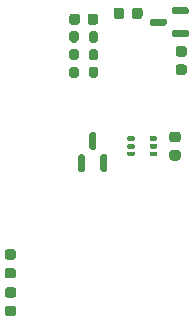
<source format=gbp>
G04 #@! TF.GenerationSoftware,KiCad,Pcbnew,9.0.1+1*
G04 #@! TF.CreationDate,2025-11-12T15:35:02+00:00*
G04 #@! TF.ProjectId,mppt-charge,6d707074-2d63-4686-9172-67652e6b6963,0.2*
G04 #@! TF.SameCoordinates,Original*
G04 #@! TF.FileFunction,Paste,Bot*
G04 #@! TF.FilePolarity,Positive*
%FSLAX46Y46*%
G04 Gerber Fmt 4.6, Leading zero omitted, Abs format (unit mm)*
G04 Created by KiCad (PCBNEW 9.0.1+1) date 2025-11-12 15:35:02*
%MOMM*%
%LPD*%
G01*
G04 APERTURE LIST*
G04 APERTURE END LIST*
G36*
G01*
X112125000Y-95185000D02*
X112625000Y-95185000D01*
G75*
G02*
X112850000Y-95410000I0J-225000D01*
G01*
X112850000Y-95860000D01*
G75*
G02*
X112625000Y-96085000I-225000J0D01*
G01*
X112125000Y-96085000D01*
G75*
G02*
X111900000Y-95860000I0J225000D01*
G01*
X111900000Y-95410000D01*
G75*
G02*
X112125000Y-95185000I225000J0D01*
G01*
G37*
G36*
G01*
X112125000Y-96735000D02*
X112625000Y-96735000D01*
G75*
G02*
X112850000Y-96960000I0J-225000D01*
G01*
X112850000Y-97410000D01*
G75*
G02*
X112625000Y-97635000I-225000J0D01*
G01*
X112125000Y-97635000D01*
G75*
G02*
X111900000Y-97410000I0J225000D01*
G01*
X111900000Y-96960000D01*
G75*
G02*
X112125000Y-96735000I225000J0D01*
G01*
G37*
G36*
G01*
X102900000Y-94685000D02*
X102900000Y-94135000D01*
G75*
G02*
X103100000Y-93935000I200000J0D01*
G01*
X103500000Y-93935000D01*
G75*
G02*
X103700000Y-94135000I0J-200000D01*
G01*
X103700000Y-94685000D01*
G75*
G02*
X103500000Y-94885000I-200000J0D01*
G01*
X103100000Y-94885000D01*
G75*
G02*
X102900000Y-94685000I0J200000D01*
G01*
G37*
G36*
G01*
X104550000Y-94685000D02*
X104550000Y-94135000D01*
G75*
G02*
X104750000Y-93935000I200000J0D01*
G01*
X105150000Y-93935000D01*
G75*
G02*
X105350000Y-94135000I0J-200000D01*
G01*
X105350000Y-94685000D01*
G75*
G02*
X105150000Y-94885000I-200000J0D01*
G01*
X104750000Y-94885000D01*
G75*
G02*
X104550000Y-94685000I0J200000D01*
G01*
G37*
G36*
G01*
X110350000Y-102910000D02*
X110350000Y-103110000D01*
G75*
G02*
X110250000Y-103210000I-100000J0D01*
G01*
X109800000Y-103210000D01*
G75*
G02*
X109700000Y-103110000I0J100000D01*
G01*
X109700000Y-102910000D01*
G75*
G02*
X109800000Y-102810000I100000J0D01*
G01*
X110250000Y-102810000D01*
G75*
G02*
X110350000Y-102910000I0J-100000D01*
G01*
G37*
G36*
G01*
X110350000Y-103560000D02*
X110350000Y-103760000D01*
G75*
G02*
X110250000Y-103860000I-100000J0D01*
G01*
X109800000Y-103860000D01*
G75*
G02*
X109700000Y-103760000I0J100000D01*
G01*
X109700000Y-103560000D01*
G75*
G02*
X109800000Y-103460000I100000J0D01*
G01*
X110250000Y-103460000D01*
G75*
G02*
X110350000Y-103560000I0J-100000D01*
G01*
G37*
G36*
G01*
X110350000Y-104210000D02*
X110350000Y-104410000D01*
G75*
G02*
X110250000Y-104510000I-100000J0D01*
G01*
X109800000Y-104510000D01*
G75*
G02*
X109700000Y-104410000I0J100000D01*
G01*
X109700000Y-104210000D01*
G75*
G02*
X109800000Y-104110000I100000J0D01*
G01*
X110250000Y-104110000D01*
G75*
G02*
X110350000Y-104210000I0J-100000D01*
G01*
G37*
G36*
G01*
X108450000Y-104210000D02*
X108450000Y-104410000D01*
G75*
G02*
X108350000Y-104510000I-100000J0D01*
G01*
X107900000Y-104510000D01*
G75*
G02*
X107800000Y-104410000I0J100000D01*
G01*
X107800000Y-104210000D01*
G75*
G02*
X107900000Y-104110000I100000J0D01*
G01*
X108350000Y-104110000D01*
G75*
G02*
X108450000Y-104210000I0J-100000D01*
G01*
G37*
G36*
G01*
X108450000Y-103560000D02*
X108450000Y-103760000D01*
G75*
G02*
X108350000Y-103860000I-100000J0D01*
G01*
X107900000Y-103860000D01*
G75*
G02*
X107800000Y-103760000I0J100000D01*
G01*
X107800000Y-103560000D01*
G75*
G02*
X107900000Y-103460000I100000J0D01*
G01*
X108350000Y-103460000D01*
G75*
G02*
X108450000Y-103560000I0J-100000D01*
G01*
G37*
G36*
G01*
X108450000Y-102910000D02*
X108450000Y-103110000D01*
G75*
G02*
X108350000Y-103210000I-100000J0D01*
G01*
X107900000Y-103210000D01*
G75*
G02*
X107800000Y-103110000I0J100000D01*
G01*
X107800000Y-102910000D01*
G75*
G02*
X107900000Y-102810000I100000J0D01*
G01*
X108350000Y-102810000D01*
G75*
G02*
X108450000Y-102910000I0J-100000D01*
G01*
G37*
G36*
G01*
X97668750Y-115610000D02*
X98181250Y-115610000D01*
G75*
G02*
X98400000Y-115828750I0J-218750D01*
G01*
X98400000Y-116266250D01*
G75*
G02*
X98181250Y-116485000I-218750J0D01*
G01*
X97668750Y-116485000D01*
G75*
G02*
X97450000Y-116266250I0J218750D01*
G01*
X97450000Y-115828750D01*
G75*
G02*
X97668750Y-115610000I218750J0D01*
G01*
G37*
G36*
G01*
X97668750Y-117185000D02*
X98181250Y-117185000D01*
G75*
G02*
X98400000Y-117403750I0J-218750D01*
G01*
X98400000Y-117841250D01*
G75*
G02*
X98181250Y-118060000I-218750J0D01*
G01*
X97668750Y-118060000D01*
G75*
G02*
X97450000Y-117841250I0J218750D01*
G01*
X97450000Y-117403750D01*
G75*
G02*
X97668750Y-117185000I218750J0D01*
G01*
G37*
G36*
G01*
X102900000Y-96185000D02*
X102900000Y-95635000D01*
G75*
G02*
X103100000Y-95435000I200000J0D01*
G01*
X103500000Y-95435000D01*
G75*
G02*
X103700000Y-95635000I0J-200000D01*
G01*
X103700000Y-96185000D01*
G75*
G02*
X103500000Y-96385000I-200000J0D01*
G01*
X103100000Y-96385000D01*
G75*
G02*
X102900000Y-96185000I0J200000D01*
G01*
G37*
G36*
G01*
X104550000Y-96185000D02*
X104550000Y-95635000D01*
G75*
G02*
X104750000Y-95435000I200000J0D01*
G01*
X105150000Y-95435000D01*
G75*
G02*
X105350000Y-95635000I0J-200000D01*
G01*
X105350000Y-96185000D01*
G75*
G02*
X105150000Y-96385000I-200000J0D01*
G01*
X104750000Y-96385000D01*
G75*
G02*
X104550000Y-96185000I0J200000D01*
G01*
G37*
G36*
G01*
X111600000Y-102435000D02*
X112100000Y-102435000D01*
G75*
G02*
X112325000Y-102660000I0J-225000D01*
G01*
X112325000Y-103110000D01*
G75*
G02*
X112100000Y-103335000I-225000J0D01*
G01*
X111600000Y-103335000D01*
G75*
G02*
X111375000Y-103110000I0J225000D01*
G01*
X111375000Y-102660000D01*
G75*
G02*
X111600000Y-102435000I225000J0D01*
G01*
G37*
G36*
G01*
X111600000Y-103985000D02*
X112100000Y-103985000D01*
G75*
G02*
X112325000Y-104210000I0J-225000D01*
G01*
X112325000Y-104660000D01*
G75*
G02*
X112100000Y-104885000I-225000J0D01*
G01*
X111600000Y-104885000D01*
G75*
G02*
X111375000Y-104660000I0J225000D01*
G01*
X111375000Y-104210000D01*
G75*
G02*
X111600000Y-103985000I225000J0D01*
G01*
G37*
G36*
G01*
X109100000Y-92160000D02*
X109100000Y-92660000D01*
G75*
G02*
X108875000Y-92885000I-225000J0D01*
G01*
X108425000Y-92885000D01*
G75*
G02*
X108200000Y-92660000I0J225000D01*
G01*
X108200000Y-92160000D01*
G75*
G02*
X108425000Y-91935000I225000J0D01*
G01*
X108875000Y-91935000D01*
G75*
G02*
X109100000Y-92160000I0J-225000D01*
G01*
G37*
G36*
G01*
X107550000Y-92160000D02*
X107550000Y-92660000D01*
G75*
G02*
X107325000Y-92885000I-225000J0D01*
G01*
X106875000Y-92885000D01*
G75*
G02*
X106650000Y-92660000I0J225000D01*
G01*
X106650000Y-92160000D01*
G75*
G02*
X106875000Y-91935000I225000J0D01*
G01*
X107325000Y-91935000D01*
G75*
G02*
X107550000Y-92160000I0J-225000D01*
G01*
G37*
G36*
G01*
X97643750Y-112397500D02*
X98156250Y-112397500D01*
G75*
G02*
X98375000Y-112616250I0J-218750D01*
G01*
X98375000Y-113053750D01*
G75*
G02*
X98156250Y-113272500I-218750J0D01*
G01*
X97643750Y-113272500D01*
G75*
G02*
X97425000Y-113053750I0J218750D01*
G01*
X97425000Y-112616250D01*
G75*
G02*
X97643750Y-112397500I218750J0D01*
G01*
G37*
G36*
G01*
X97643750Y-113972500D02*
X98156250Y-113972500D01*
G75*
G02*
X98375000Y-114191250I0J-218750D01*
G01*
X98375000Y-114628750D01*
G75*
G02*
X98156250Y-114847500I-218750J0D01*
G01*
X97643750Y-114847500D01*
G75*
G02*
X97425000Y-114628750I0J218750D01*
G01*
X97425000Y-114191250D01*
G75*
G02*
X97643750Y-113972500I218750J0D01*
G01*
G37*
G36*
G01*
X105975000Y-105835000D02*
X105675000Y-105835000D01*
G75*
G02*
X105525000Y-105685000I0J150000D01*
G01*
X105525000Y-104510000D01*
G75*
G02*
X105675000Y-104360000I150000J0D01*
G01*
X105975000Y-104360000D01*
G75*
G02*
X106125000Y-104510000I0J-150000D01*
G01*
X106125000Y-105685000D01*
G75*
G02*
X105975000Y-105835000I-150000J0D01*
G01*
G37*
G36*
G01*
X104075000Y-105835000D02*
X103775000Y-105835000D01*
G75*
G02*
X103625000Y-105685000I0J150000D01*
G01*
X103625000Y-104510000D01*
G75*
G02*
X103775000Y-104360000I150000J0D01*
G01*
X104075000Y-104360000D01*
G75*
G02*
X104225000Y-104510000I0J-150000D01*
G01*
X104225000Y-105685000D01*
G75*
G02*
X104075000Y-105835000I-150000J0D01*
G01*
G37*
G36*
G01*
X105025000Y-103960000D02*
X104725000Y-103960000D01*
G75*
G02*
X104575000Y-103810000I0J150000D01*
G01*
X104575000Y-102635000D01*
G75*
G02*
X104725000Y-102485000I150000J0D01*
G01*
X105025000Y-102485000D01*
G75*
G02*
X105175000Y-102635000I0J-150000D01*
G01*
X105175000Y-103810000D01*
G75*
G02*
X105025000Y-103960000I-150000J0D01*
G01*
G37*
G36*
G01*
X105350000Y-97135000D02*
X105350000Y-97685000D01*
G75*
G02*
X105150000Y-97885000I-200000J0D01*
G01*
X104750000Y-97885000D01*
G75*
G02*
X104550000Y-97685000I0J200000D01*
G01*
X104550000Y-97135000D01*
G75*
G02*
X104750000Y-96935000I200000J0D01*
G01*
X105150000Y-96935000D01*
G75*
G02*
X105350000Y-97135000I0J-200000D01*
G01*
G37*
G36*
G01*
X103700000Y-97135000D02*
X103700000Y-97685000D01*
G75*
G02*
X103500000Y-97885000I-200000J0D01*
G01*
X103100000Y-97885000D01*
G75*
G02*
X102900000Y-97685000I0J200000D01*
G01*
X102900000Y-97135000D01*
G75*
G02*
X103100000Y-96935000I200000J0D01*
G01*
X103500000Y-96935000D01*
G75*
G02*
X103700000Y-97135000I0J-200000D01*
G01*
G37*
G36*
G01*
X105350000Y-92660000D02*
X105350000Y-93160000D01*
G75*
G02*
X105125000Y-93385000I-225000J0D01*
G01*
X104675000Y-93385000D01*
G75*
G02*
X104450000Y-93160000I0J225000D01*
G01*
X104450000Y-92660000D01*
G75*
G02*
X104675000Y-92435000I225000J0D01*
G01*
X105125000Y-92435000D01*
G75*
G02*
X105350000Y-92660000I0J-225000D01*
G01*
G37*
G36*
G01*
X103800000Y-92660000D02*
X103800000Y-93160000D01*
G75*
G02*
X103575000Y-93385000I-225000J0D01*
G01*
X103125000Y-93385000D01*
G75*
G02*
X102900000Y-93160000I0J225000D01*
G01*
X102900000Y-92660000D01*
G75*
G02*
X103125000Y-92435000I225000J0D01*
G01*
X103575000Y-92435000D01*
G75*
G02*
X103800000Y-92660000I0J-225000D01*
G01*
G37*
G36*
G01*
X113050000Y-92060000D02*
X113050000Y-92360000D01*
G75*
G02*
X112900000Y-92510000I-150000J0D01*
G01*
X111725000Y-92510000D01*
G75*
G02*
X111575000Y-92360000I0J150000D01*
G01*
X111575000Y-92060000D01*
G75*
G02*
X111725000Y-91910000I150000J0D01*
G01*
X112900000Y-91910000D01*
G75*
G02*
X113050000Y-92060000I0J-150000D01*
G01*
G37*
G36*
G01*
X113050000Y-93960000D02*
X113050000Y-94260000D01*
G75*
G02*
X112900000Y-94410000I-150000J0D01*
G01*
X111725000Y-94410000D01*
G75*
G02*
X111575000Y-94260000I0J150000D01*
G01*
X111575000Y-93960000D01*
G75*
G02*
X111725000Y-93810000I150000J0D01*
G01*
X112900000Y-93810000D01*
G75*
G02*
X113050000Y-93960000I0J-150000D01*
G01*
G37*
G36*
G01*
X111175000Y-93010000D02*
X111175000Y-93310000D01*
G75*
G02*
X111025000Y-93460000I-150000J0D01*
G01*
X109850000Y-93460000D01*
G75*
G02*
X109700000Y-93310000I0J150000D01*
G01*
X109700000Y-93010000D01*
G75*
G02*
X109850000Y-92860000I150000J0D01*
G01*
X111025000Y-92860000D01*
G75*
G02*
X111175000Y-93010000I0J-150000D01*
G01*
G37*
M02*

</source>
